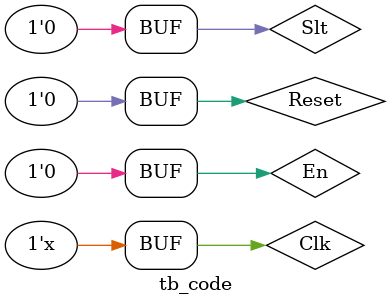
<source format=v>
`timescale 1ns / 1ps


module tb_code;

	// Inputs
	reg Clk;
	reg Reset;
	reg Slt;
	reg En;

	// Outputs
	wire [63:0] Output0;
	wire [63:0] Output1;

	// Instantiate the Unit Under Test (UUT)
	code uut (
		.Clk(Clk), 
		.Reset(Reset), 
		.Slt(Slt), 
		.En(En), 
		.Output0(Output0), 
		.Output1(Output1)
	);

	initial begin
		// Initialize Inputs
		Clk = 0;
		Reset = 1;
		Slt = 0;
		En = 0;

		// Wait 100 ns for global reset to finish
		#5;
        En = 1;
		Slt = 1;
		Reset = 0;
		// Add stimulus here

		# 55
		En = 1;
		Slt = 0;
		Reset = 0;//test reg0

		# 20
		Reset = 1;
		En = 1;
		Slt = 0;  //test reset

		# 20
		Reset = 0;
		En = 0;
		Slt = 0;   //test En
	end

	always #5 Clk = ~Clk;
      
endmodule


</source>
